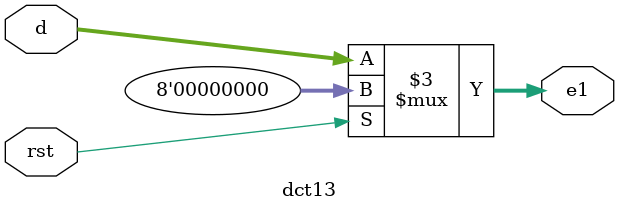
<source format=v>
`timescale 1ns / 1ps
module dct13(
input [7:0] d, 
input rst,
output reg [7:0] e1 
);
always@(d,rst)
begin
  if(rst)
  begin 
	e1<=0;
	end
else 
  begin
   e1<=d;
end
end
endmodule 
</source>
